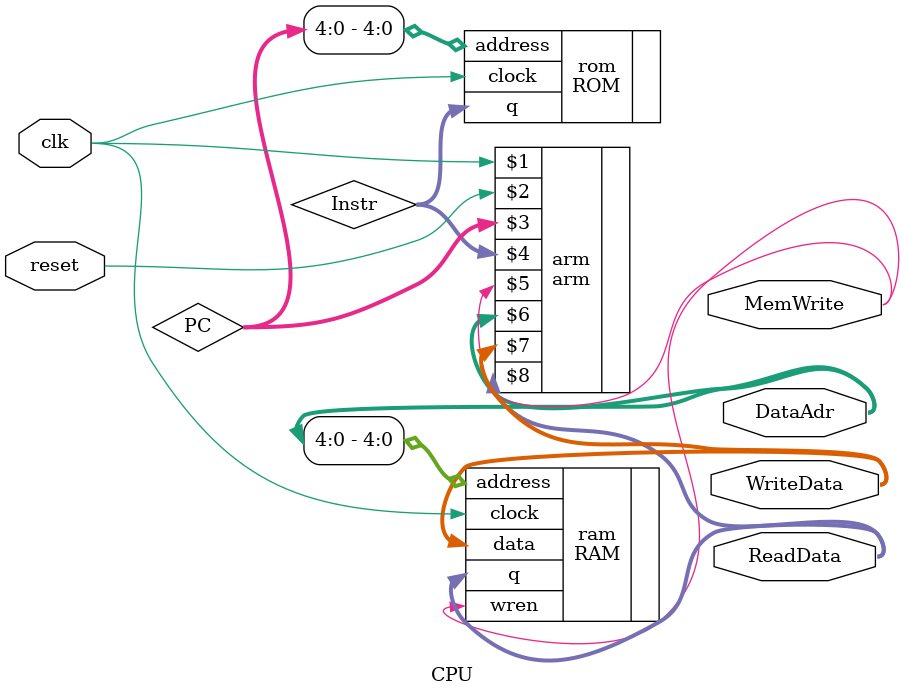
<source format=sv>
module CPU(input logic clk, reset,
			  output logic [31:0] WriteData, DataAdr, ReadData,
			  output logic MemWrite
);

	logic [31:0] Instr, PC;
		
		
	ROM rom(.address(PC[4:0]),
			  .clock(clk),
			  .q(Instr)
	);
	
	
	arm arm(clk, 
			  reset, 
			  PC, 
			  Instr, 
			  MemWrite, 
			  DataAdr,
			  WriteData, 
			  ReadData
	);
	
	
	
	RAM ram(.address(DataAdr[4:0]),
			  .clock(clk),
			  .data(WriteData),
			  .wren(MemWrite),
			  .q(ReadData)
	);
	
	
	

endmodule















/*
	arm arm(clk, 
			  reset, 
			  PC, 
			  Instr, 
			  MemWrite, 
			  DataAdr,
			  WriteData, 
			  ReadData
	);
	*/
		
	
	/*
	imem imem(PC, 
				 Instr);

	
	dmem dmem(clk, 
				 MemWrite, 
				 DataAdr, 
				 WriteData, 
				 ReadData
	);
	*/
</source>
